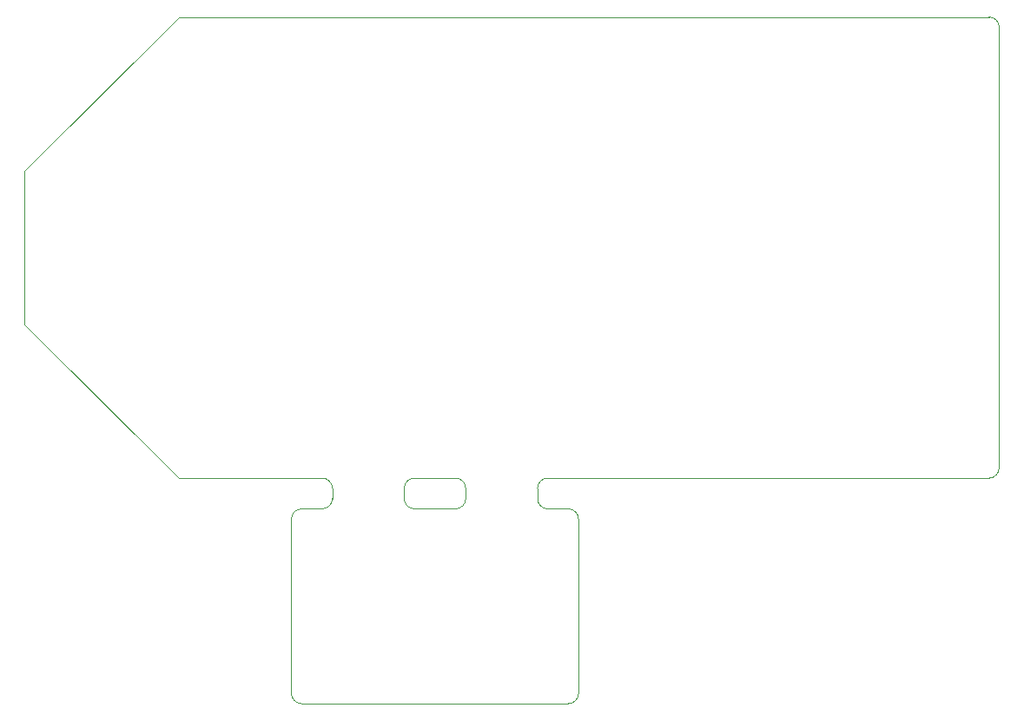
<source format=gm1>
G04 #@! TF.GenerationSoftware,KiCad,Pcbnew,6.0.7*
G04 #@! TF.CreationDate,2022-07-31T19:24:19+02:00*
G04 #@! TF.ProjectId,LoRaDongle_iCE40,4c6f5261-446f-46e6-976c-655f69434534,1.0*
G04 #@! TF.SameCoordinates,Original*
G04 #@! TF.FileFunction,Profile,NP*
%FSLAX46Y46*%
G04 Gerber Fmt 4.6, Leading zero omitted, Abs format (unit mm)*
G04 Created by KiCad (PCBNEW 6.0.7) date 2022-07-31 19:24:19*
%MOMM*%
%LPD*%
G01*
G04 APERTURE LIST*
G04 #@! TA.AperFunction,Profile*
%ADD10C,0.050000*%
G04 #@! TD*
G04 APERTURE END LIST*
D10*
X100000000Y-105000000D02*
X100000000Y-90000000D01*
X154000000Y-141000000D02*
X154000000Y-124000000D01*
X151000000Y-120000000D02*
G75*
G03*
X150000000Y-121000000I0J-1000000D01*
G01*
X137000000Y-122000000D02*
X137000000Y-121000000D01*
X127000000Y-142000000D02*
X153000000Y-142000000D01*
X194000000Y-120000000D02*
G75*
G03*
X195000000Y-119000000I0J1000000D01*
G01*
X194000000Y-120000000D02*
X151000000Y-120000000D01*
X115000000Y-75000000D02*
X100000000Y-90000000D01*
X115000000Y-75000000D02*
X194000000Y-75000000D01*
X153000000Y-123000000D02*
X151000000Y-123000000D01*
X154000000Y-124000000D02*
G75*
G03*
X153000000Y-123000000I-1000000J0D01*
G01*
X142000000Y-123000000D02*
X138000000Y-123000000D01*
X150000000Y-122000000D02*
X150000000Y-121000000D01*
X115000000Y-120000000D02*
X100000000Y-105000000D01*
X143000000Y-121000000D02*
G75*
G03*
X142000000Y-120000000I-1000000J0D01*
G01*
X138000000Y-120000000D02*
G75*
G03*
X137000000Y-121000000I0J-1000000D01*
G01*
X126000000Y-141000000D02*
G75*
G03*
X127000000Y-142000000I1000000J0D01*
G01*
X195000000Y-76000000D02*
X195000000Y-119000000D01*
X153000000Y-142000000D02*
G75*
G03*
X154000000Y-141000000I0J1000000D01*
G01*
X143000000Y-121000000D02*
X143000000Y-122000000D01*
X142000000Y-123000000D02*
G75*
G03*
X143000000Y-122000000I0J1000000D01*
G01*
X129000000Y-123000000D02*
G75*
G03*
X130000000Y-122000000I0J1000000D01*
G01*
X138000000Y-120000000D02*
X142000000Y-120000000D01*
X115000000Y-120000000D02*
X129000000Y-120000000D01*
X195000000Y-76000000D02*
G75*
G03*
X194000000Y-75000000I-1000000J0D01*
G01*
X137000000Y-122000000D02*
G75*
G03*
X138000000Y-123000000I1000000J0D01*
G01*
X126000000Y-124000000D02*
X126000000Y-141000000D01*
X127000000Y-123000000D02*
X129000000Y-123000000D01*
X150000000Y-122000000D02*
G75*
G03*
X151000000Y-123000000I1000000J0D01*
G01*
X130000000Y-121000000D02*
G75*
G03*
X129000000Y-120000000I-1000000J0D01*
G01*
X127000000Y-123000000D02*
G75*
G03*
X126000000Y-124000000I0J-1000000D01*
G01*
X130000000Y-122000000D02*
X130000000Y-121000000D01*
M02*

</source>
